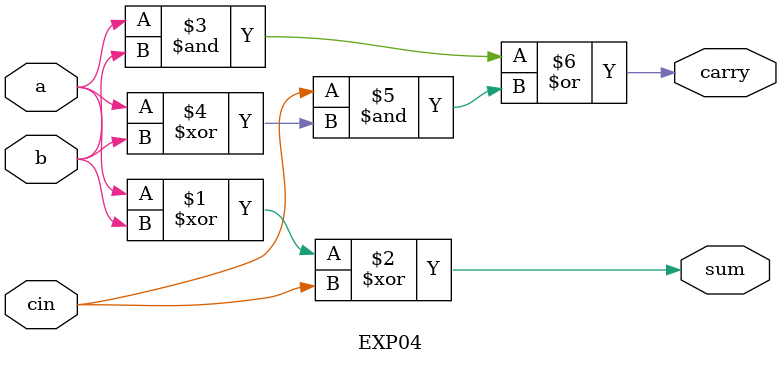
<source format=v>
module EXP04(a,b,cin,sum,carry); 
input a,b,cin; 
output sum,carry; 
assign sum=( (a ^ b)^cin); 
assign carry= ( (a & b)| ( cin &(a ^ b ))); 
endmodule 
</source>
